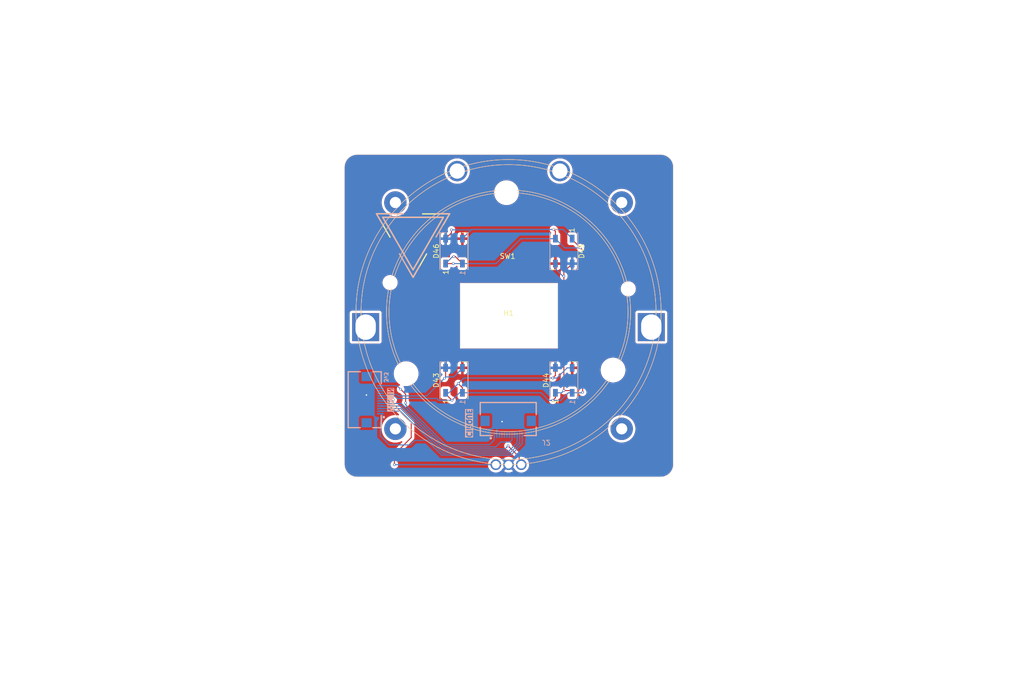
<source format=kicad_pcb>
(kicad_pcb (version 20221018) (generator pcbnew)
  (layers (0 "F.Cu" signal) (31 "B.Cu" signal) (34 "B.Paste" user) (35 "F.Paste" user) (36 "B.SilkS" user "B.Silkscreen") (37 "F.SilkS" user "F.Silkscreen") (38 "B.Mask" user) (39 "F.Mask" user) (44 "Edge.Cuts" user))
  (net 0 "")
  (net 1 "GND")
  (net 2 "+5V")
  (net 3 "Net-(D43-DOUT)")
  (net 4 "rgb_led_in")
  (net 5 "Net-(D44-DOUT)")
  (net 6 "Net-(D45-DOUT)")
  (net 7 "unconnected-(D46-DOUT-Pad2)")
  (net 8 "GPIO_AD2")
  (net 13 "SDA")
  (net 14 "SCL")
  (net 15 "+3V3")
  (net 16 "MOSI")
  (net 17 "SPI_CS")
  (net 18 "MISO")
  (net 19 "SCLK")
  (net 21 "GPIO_AD1")
  (footprint "fingerpunch:PERS56v3" (layer "F.Cu") (at 174.552257 119.94)
    (fp_text reference "SW1" (at -0.186125 -10.989441 unlocked) (layer "F.SilkS"))
    (fp_text value "RotaryEncoder")
    (fp_circle (center 0 0) (end 23.4935 0) (stroke (width 0.1)) (fill none) (layer "B.SilkS"))
    (fp_circle (center 0 0) (end 24 0) (stroke (width 0.1)) (fill none) (layer "B.SilkS"))
    (fp_circle (center 0 0) (end 29 0) (stroke (width 0.1)) (fill none) (layer "B.SilkS"))
    (fp_circle (center 0 0) (end 30 0) (stroke (width 0.1)) (fill none) (layer "B.SilkS"))
    (fp_circle (center 0 0) (end 23.4935 0) (stroke (width 0.1)) (fill none) (layer "F.SilkS"))
    (fp_circle (center 0 0) (end 24 0) (stroke (width 0.1)) (fill none) (layer "F.SilkS"))
    (fp_circle (center 0 0) (end 29 0) (stroke (width 0.1)) (fill none) (layer "F.SilkS"))
    (fp_circle (center 0 0) (end 30 0) (stroke (width 0.1)) (fill none) (layer "F.SilkS"))
    (pad "" np_thru_hole circle (at -23.289742 -5.8064) (size 2.5 2.5) (drill 2.5) (layers "F&B.Cu" "*.Mask"))
    (pad "" np_thru_hole circle (at -20.134933 12.098289) (size 4.4 4.4) (drill 4.4) (layers "F&B.Cu" "*.Mask"))
    (pad "" thru_hole circle (at -10.094278 -27.7333) (size 4 4) (drill 3) (layers "*.Cu" "*.Mask"))
    (pad "" np_thru_hole circle (at -0.399847 -23.484645) (size 4.4 4.4) (drill 4.4) (layers "F&B.Cu" "*.Mask"))
    (pad "" thru_hole circle (at 10.091931 -27.732996) (size 4 4) (drill 3) (layers "*.Cu" "*.Mask"))
    (pad "" np_thru_hole circle (at 20.548742 11.390354) (size 4.4 4.4) (drill 4.4) (layers "F&B.Cu" "*.Mask"))
    (pad "" np_thru_hole circle (at 23.544338 -4.573199) (size 2.5 2.5) (drill 2.5) (layers "F&B.Cu" "*.Mask"))
    (pad "A" thru_hole circle (at -2.5 30) (size 2.1 2.1) (drill 1.5) (layers "*.Cu" "*.Mask") (net 21 "GPIO_AD1"))
    (pad "B" thru_hole circle (at 2.5 30) (size 2.1 2.1) (drill 1.5) (layers "*.Cu" "*.Mask") (net 8 "GPIO_AD2"))
    (pad "C" thru_hole circle (at 0 30) (size 2.1 2.1) (drill 1.5) (layers "*.Cu" "*.Mask") (net 1 "GND"))
    (pad "MP" thru_hole rect (at -28.095244 2.952929) (size 5.3 5.5) (drill oval 4 5) (layers "*.Cu" "*.Mask"))
    (pad "MP" thru_hole rect (at 28.070731 2.95064) (size 5.3 5.5) (drill oval 4 5) (layers "*.Cu" "*.Mask"))
  )
  (footprint "vik:vik-module-mounting-large" (layer "F.Cu") (at 174.552 120.64)
    (fp_text reference "H1" (at 0 -0.5 unlocked) (layer "F.SilkS"))
    (fp_text value "MountingHole")
    (pad "1" thru_hole circle (at -22.249743 -22.25) (size 4.4 4.4) (drill 2.2) (layers "*.Cu" "*.Mask"))
    (pad "1" thru_hole circle (at -22.249743 22.25) (size 4.4 4.4) (drill 2.2) (layers "*.Cu" "*.Mask"))
    (pad "1" thru_hole circle (at 22.250257 -22.25) (size 4.4 4.4) (drill 2.2) (layers "*.Cu" "*.Mask"))
    (pad "1" thru_hole circle (at 22.250257 22.25) (size 4.4 4.4) (drill 2.2) (layers "*.Cu" "*.Mask"))
  )
  (footprint "fingerpunch:LED_WS2812B_PLCC4_5.0x5.0mm_P3.2mm-reversible" (layer "F.Cu") (at 163.83 107.95 90)
    (fp_text reference "D46" (at 0 -3.5 90) (layer "F.SilkS"))
    (fp_text value "WS2812B")
    (fp_text user "1" (at -4.31 1.69 90) (layer "B.SilkS") (effects (justify mirror)))
    (fp_text user "1" (at -4.15 -1.6 90) (layer "F.SilkS"))
    (fp_line (start -3.65 -2.75) (end 3.65 -2.75) (stroke (width 0.12)) (layer "B.SilkS"))
    (fp_line (start 3.65 -2.75) (end 3.65 -1.6) (stroke (width 0.12)) (layer "B.SilkS"))
    (fp_line (start 3.65 2.75) (end -3.65 2.75) (stroke (width 0.12)) (layer "B.SilkS"))
    (fp_line (start -3.65 -2.75) (end 3.65 -2.75) (stroke (width 0.12)) (layer "F.SilkS"))
    (fp_line (start -3.65 2.75) (end 3.65 2.75) (stroke (width 0.12)) (layer "F.SilkS"))
    (fp_line (start 3.65 2.75) (end 3.65 1.6) (stroke (width 0.12)) (layer "F.SilkS"))
    (pad "1" smd rect (at -2.45 -1.65 90) (size 1.5 0.9) (layers "F.Cu" "F.Paste" "F.Mask") (net 2 "+5V"))
    (pad "1" smd rect (at -2.45 1.65 90) (size 1.5 0.9) (layers "B.Cu" "B.Paste" "B.Mask") (net 2 "+5V"))
    (pad "2" smd rect (at -2.45 -1.65 90) (size 1.5 0.9) (layers "B.Cu" "B.Paste" "B.Mask") (net 7 "unconnected-(D46-DOUT-Pad2)"))
    (pad "2" smd rect (at -2.45 1.65 90) (size 1.5 0.9) (layers "F.Cu" "F.Paste" "F.Mask") (net 7 "unconnected-(D46-DOUT-Pad2)"))
    (pad "3" smd rect (at 2.45 -1.65 90) (size 1.5 0.9) (layers "B.Cu" "B.Paste" "B.Mask") (net 1 "GND"))
    (pad "3" smd rect (at 2.45 1.65 90) (size 1.5 0.9) (layers "F.Cu" "F.Paste" "F.Mask") (net 1 "GND"))
    (pad "4" smd rect (at 2.45 -1.65 90) (size 1.5 0.9) (layers "F.Cu" "F.Paste" "F.Mask") (net 6 "Net-(D45-DOUT)"))
    (pad "4" smd rect (at 2.45 1.65 90) (size 1.5 0.9) (layers "B.Cu" "B.Paste" "B.Mask") (net 6 "Net-(D45-DOUT)"))
  )
  (footprint "fingerpunch:LED_WS2812B_PLCC4_5.0x5.0mm_P3.2mm-reversible" (layer "F.Cu") (at 185.42 107.95 -90)
    (fp_text reference "D45" (at 0 -3.5 90) (layer "F.SilkS"))
    (fp_text value "WS2812B")
    (fp_text user "1" (at -4.31 1.69 90) (layer "B.SilkS") (effects (justify mirror)))
    (fp_text user "1" (at -4.15 -1.6 90) (layer "F.SilkS"))
    (fp_line (start -3.65 -2.75) (end 3.65 -2.75) (stroke (width 0.12)) (layer "B.SilkS"))
    (fp_line (start 3.65 -2.75) (end 3.65 -1.6) (stroke (width 0.12)) (layer "B.SilkS"))
    (fp_line (start 3.65 2.75) (end -3.65 2.75) (stroke (width 0.12)) (layer "B.SilkS"))
    (fp_line (start -3.65 -2.75) (end 3.65 -2.75) (stroke (width 0.12)) (layer "F.SilkS"))
    (fp_line (start -3.65 2.75) (end 3.65 2.75) (stroke (width 0.12)) (layer "F.SilkS"))
    (fp_line (start 3.65 2.75) (end 3.65 1.6) (stroke (width 0.12)) (layer "F.SilkS"))
    (pad "1" smd rect (at -2.45 -1.65 270) (size 1.5 0.9) (layers "F.Cu" "F.Paste" "F.Mask") (net 2 "+5V"))
    (pad "1" smd rect (at -2.45 1.65 270) (size 1.5 0.9) (layers "B.Cu" "B.Paste" "B.Mask") (net 2 "+5V"))
    (pad "2" smd rect (at -2.45 -1.65 270) (size 1.5 0.9) (layers "B.Cu" "B.Paste" "B.Mask") (net 6 "Net-(D45-DOUT)"))
    (pad "2" smd rect (at -2.45 1.65 270) (size 1.5 0.9) (layers "F.Cu" "F.Paste" "F.Mask") (net 6 "Net-(D45-DOUT)"))
    (pad "3" smd rect (at 2.45 -1.65 270) (size 1.5 0.9) (layers "B.Cu" "B.Paste" "B.Mask") (net 1 "GND"))
    (pad "3" smd rect (at 2.45 1.65 270) (size 1.5 0.9) (layers "F.Cu" "F.Paste" "F.Mask") (net 1 "GND"))
    (pad "4" smd rect (at 2.45 -1.65 270) (size 1.5 0.9) (layers "F.Cu" "F.Paste" "F.Mask") (net 5 "Net-(D44-DOUT)"))
    (pad "4" smd rect (at 2.45 1.65 270) (size 1.5 0.9) (layers "B.Cu" "B.Paste" "B.Mask") (net 5 "Net-(D44-DOUT)"))
  )
  (footprint "fingerpunch:LED_WS2812B_PLCC4_5.0x5.0mm_P3.2mm-reversible" (layer "F.Cu") (at 185.42 133.35 90)
    (fp_text reference "D44" (at 0 -3.5 90) (layer "F.SilkS"))
    (fp_text value "WS2812B")
    (fp_text user "1" (at -4.31 1.69 90) (layer "B.SilkS") (effects (justify mirror)))
    (fp_text user "1" (at -4.15 -1.6 90) (layer "F.SilkS"))
    (fp_line (start -3.65 -2.75) (end 3.65 -2.75) (stroke (width 0.12)) (layer "B.SilkS"))
    (fp_line (start 3.65 -2.75) (end 3.65 -1.6) (stroke (width 0.12)) (layer "B.SilkS"))
    (fp_line (start 3.65 2.75) (end -3.65 2.75) (stroke (width 0.12)) (layer "B.SilkS"))
    (fp_line (start -3.65 -2.75) (end 3.65 -2.75) (stroke (width 0.12)) (layer "F.SilkS"))
    (fp_line (start -3.65 2.75) (end 3.65 2.75) (stroke (width 0.12)) (layer "F.SilkS"))
    (fp_line (start 3.65 2.75) (end 3.65 1.6) (stroke (width 0.12)) (layer "F.SilkS"))
    (pad "1" smd rect (at -2.45 -1.65 90) (size 1.5 0.9) (layers "F.Cu" "F.Paste" "F.Mask") (net 2 "+5V"))
    (pad "1" smd rect (at -2.45 1.65 90) (size 1.5 0.9) (layers "B.Cu" "B.Paste" "B.Mask") (net 2 "+5V"))
    (pad "2" smd rect (at -2.45 -1.65 90) (size 1.5 0.9) (layers "B.Cu" "B.Paste" "B.Mask") (net 5 "Net-(D44-DOUT)"))
    (pad "2" smd rect (at -2.45 1.65 90) (size 1.5 0.9) (layers "F.Cu" "F.Paste" "F.Mask") (net 5 "Net-(D44-DOUT)"))
    (pad "3" smd rect (at 2.45 -1.65 90) (size 1.5 0.9) (layers "B.Cu" "B.Paste" "B.Mask") (net 1 "GND"))
    (pad "3" smd rect (at 2.45 1.65 90) (size 1.5 0.9) (layers "F.Cu" "F.Paste" "F.Mask") (net 1 "GND"))
    (pad "4" smd rect (at 2.45 -1.65 90) (size 1.5 0.9) (layers "F.Cu" "F.Paste" "F.Mask") (net 3 "Net-(D43-DOUT)"))
    (pad "4" smd rect (at 2.45 1.65 90) (size 1.5 0.9) (layers "B.Cu" "B.Paste" "B.Mask") (net 3 "Net-(D43-DOUT)"))
  )
  (footprint "fingerpunch:LED_WS2812B_PLCC4_5.0x5.0mm_P3.2mm-reversible" (layer "F.Cu") (at 163.83 133.35 90)
    (fp_text reference "D43" (at 0 -3.5 90) (layer "F.SilkS"))
    (fp_text value "WS2812B")
    (fp_text user "1" (at -4.31 1.69 90) (layer "B.SilkS") (effects (justify mirror)))
    (fp_text user "1" (at -4.15 -1.6 90) (layer "F.SilkS"))
    (fp_line (start -3.65 -2.75) (end 3.65 -2.75) (stroke (width 0.12)) (layer "B.SilkS"))
    (fp_line (start 3.65 -2.75) (end 3.65 -1.6) (stroke (width 0.12)) (layer "B.SilkS"))
    (fp_line (start 3.65 2.75) (end -3.65 2.75) (stroke (width 0.12)) (layer "B.SilkS"))
    (fp_line (start -3.65 -2.75) (end 3.65 -2.75) (stroke (width 0.12)) (layer "F.SilkS"))
    (fp_line (start -3.65 2.75) (end 3.65 2.75) (stroke (width 0.12)) (layer "F.SilkS"))
    (fp_line (start 3.65 2.75) (end 3.65 1.6) (stroke (width 0.12)) (layer "F.SilkS"))
    (pad "1" smd rect (at -2.45 -1.65 90) (size 1.5 0.9) (layers "F.Cu" "F.Paste" "F.Mask") (net 2 "+5V"))
    (pad "1" smd rect (at -2.45 1.65 90) (size 1.5 0.9) (layers "B.Cu" "B.Paste" "B.Mask") (net 2 "+5V"))
    (pad "2" smd rect (at -2.45 -1.65 90) (size 1.5 0.9) (layers "B.Cu" "B.Paste" "B.Mask") (net 3 "Net-(D43-DOUT)"))
    (pad "2" smd rect (at -2.45 1.65 90) (size 1.5 0.9) (layers "F.Cu" "F.Paste" "F.Mask") (net 3 "Net-(D43-DOUT)"))
    (pad "3" smd rect (at 2.45 -1.65 90) (size 1.5 0.9) (layers "B.Cu" "B.Paste" "B.Mask") (net 1 "GND"))
    (pad "3" smd rect (at 2.45 1.65 90) (size 1.5 0.9) (layers "F.Cu" "F.Paste" "F.Mask") (net 1 "GND"))
    (pad "4" smd rect (at 2.45 -1.65 90) (size 1.5 0.9) (layers "F.Cu" "F.Paste" "F.Mask") (net 4 "rgb_led_in"))
    (pad "4" smd rect (at 2.45 1.65 90) (size 1.5 0.9) (layers "B.Cu" "B.Paste" "B.Mask") (net 4 "rgb_led_in"))
  )
  (footprint "fingerpunch:vik-logo-medium" (layer "F.Cu") (at 155.771197 105.380578)
    (fp_text reference "REF**")
    (fp_text value "vik-logo-medium")
    (fp_line (start -7.183542 -4.782401) (end -4.713947 -4.781476) (stroke (width 0.25)) (layer "F.SilkS"))
    (fp_line (start -5.94265 -4.066535) (end 5.966861 -4.066535) (stroke (width 0.25)) (layer "F.SilkS"))
    (fp_line (start -4.522363 -0.174502) (end -7.183542 -4.782401) (stroke (width 0.25)) (layer "F.SilkS"))
    (fp_line (start 0.012105 6.247404) (end -5.94265 -4.066535) (stroke (width 0.25)) (layer "F.SilkS"))
    (fp_line (start 0.017145 7.721245) (end -1.216787 5.582013) (stroke (width 0.25)) (layer "F.SilkS"))
    (fp_line (start 1.87 -4.75) (end 7.191148 -4.75075) (stroke (width 0.25)) (layer "F.SilkS"))
    (fp_line (start 2.67707 3.11262) (end 0.017145 7.721245) (stroke (width 0.25)) (layer "F.SilkS"))
    (fp_line (start 5.966861 -4.066535) (end 0.012105 6.247404) (stroke (width 0.25)) (layer "F.SilkS"))
    (fp_line (start 7.191148 -4.75075) (end 5.955482 -2.612518) (stroke (width 0.25)) (layer "F.SilkS"))
  )
  (footprint "fingerpunch:FPC-SMD_FPC05012-09200-.5mm-rev" (layer "B.Cu") (at 174.49 142.01)
    (fp_text reference "J2" (at 7.485 3.565 180 unlocked) (layer "B.SilkS") (effects (justify mirror)))
    (fp_text value "Conn_01x12_Female")
    (fp_line (start -5.5 -4.295) (end -5.5 -1.912) (stroke (width 0.254)) (layer "B.SilkS"))
    (fp_line (start -5.5 0.539) (end -5.5 2.2) (stroke (width 0.254)) (layer "B.SilkS"))
    (fp_line (start -5.5 2.2) (end -3.131 2.2) (stroke (width 0.254)) (layer "B.SilkS"))
    (fp_line (start 5.5 -4.295) (end -5.5 -4.295) (stroke (width 0.254)) (layer "B.SilkS"))
    (fp_line (start 5.5 -4.295) (end 5.5 -1.912) (stroke (width 0.254)) (layer "B.SilkS"))
    (fp_line (start 5.5 0.539) (end 5.5 2.2) (stroke (width 0.254)) (layer "B.SilkS"))
    (fp_line (start 5.5 2.2) (end 3.131 2.2) (stroke (width 0.254)) (layer "B.SilkS"))
    (fp_circle (center -3.429 2.708) (end -3.302 2.708) (stroke (width 0.254)) (fill none) (layer "B.SilkS"))
    (pad "1" smd rect (at -2.75 2.038) (size 0.28 1.25) (layers "B.Cu" "B.Paste" "B.Mask") (net 15 "+3V3"))
    (pad "2" smd rect (at -2.25 2.038) (size 0.28 1.25) (layers "B.Cu" "B.Paste" "B.Mask") (net 1 "GND"))
    (pad "3" smd rect (at -1.75 2.038) (size 0.28 1.25) (layers "B.Cu" "B.Paste" "B.Mask"))
    (pad "4" smd rect (at -1.25 2.038) (size 0.28 1.25) (layers "B.Cu" "B.Paste" "B.Mask"))
    (pad "5" smd rect (at -0.75 2.038) (size 0.28 1.25) (layers "B.Cu" "B.Paste" "B.Mask"))
    (pad "6" smd rect (at -0.25 2.038) (size 0.28 1.25) (layers "B.Cu" "B.Paste" "B.Mask"))
    (pad "7" smd rect (at 0.25 2.038) (size 0.28 1.25) (layers "B.Cu" "B.Paste" "B.Mask"))
    (pad "8" smd rect (at 0.75 2.038) (size 0.28 1.25) (layers "B.Cu" "B.Paste" "B.Mask") (net 16 "MOSI"))
    (pad "9" smd rect (at 1.25 2.038) (size 0.28 1.25) (layers "B.Cu" "B.Paste" "B.Mask"))
    (pad "10" smd rect (at 1.75 2.038) (size 0.28 1.25) (layers "B.Cu" "B.Paste" "B.Mask") (net 17 "SPI_CS"))
    (pad "11" smd rect (at 2.25 2.038) (size 0.28 1.25) (layers "B.Cu" "B.Paste" "B.Mask") (net 18 "MISO"))
    (pad "12" smd rect (at 2.75 2.038) (size 0.28 1.25) (layers "B.Cu" "B.Paste" "B.Mask") (net 19 "SCLK"))
    (pad "13" smd rect (at 4.55 -0.686) (size 1.8 2) (layers "B.Cu" "B.Paste" "B.Mask"))
    (pad "14" smd rect (at -4.55 -0.686) (size 1.8 2) (layers "B.Cu" "B.Paste" "B.Mask"))
  )
  (footprint "vik:vik-module-connector-horizontal" (layer "B.Cu") (at 147.32 137.16 90)
    (fp_text reference "J1" hide)
    (fp_text value "~")
    (fp_text user "3v3" (at 3.3 2.7 270 unlocked) (layer "B.SilkS") (effects (font (size 0.75 0.75)) (justify left bottom mirror)))
    (fp_text user "VIK IN" (at -2.36 3.42 270 unlocked) (layer "B.SilkS" knockout) (effects (justify left bottom mirror)))
    (fp_line (start -5.5 -4.295) (end -5.5 -1.912) (stroke (width 0.254)) (layer "B.SilkS"))
    (fp_line (start -5.5 0.539) (end -5.5 2.2) (stroke (width 0.254)) (layer "B.SilkS"))
    (fp_line (start -5.5 2.2) (end -3.131 2.2) (stroke (width 0.254)) (layer "B.SilkS"))
    (fp_line (start 5.5 -4.295) (end -5.5 -4.295) (stroke (width 0.254)) (layer "B.SilkS"))
    (fp_line (start 5.5 -4.295) (end 5.5 -1.912) (stroke (width 0.254)) (layer "B.SilkS"))
    (fp_line (start 5.5 0.539) (end 5.5 2.2) (stroke (width 0.254)) (layer "B.SilkS"))
    (fp_line (start 5.5 2.2) (end 3.131 2.2) (stroke (width 0.254)) (layer "B.SilkS"))
    (fp_circle (center -3.429 2.708) (end -3.302 2.708) (stroke (width 0.254)) (fill none) (layer "B.SilkS"))
    (pad "1" smd rect (at -2.75 2.038 90) (size 0.28 1.25) (layers "B.Cu" "B.Paste" "B.Mask") (net 19 "SCLK"))
    (pad "2" smd rect (at -2.25 2.038 90) (size 0.28 1.25) (layers "B.Cu" "B.Paste" "B.Mask") (net 18 "MISO"))
    (pad "3" smd rect (at -1.75 2.038 90) (size 0.28 1.25) (layers "B.Cu" "B.Paste" "B.Mask") (net 17 "SPI_CS"))
    (pad "4" smd rect (at -1.25 2.038 90) (size 0.28 1.25) (layers "B.Cu" "B.Paste" "B.Mask") (net 8 "GPIO_AD2"))
    (pad "5" smd rect (at -0.75 2.038 90) (size 0.28 1.25) (layers "B.Cu" "B.Paste" "B.Mask") (net 16 "MOSI"))
    (pad "6" smd rect (at -0.25 2.038 90) (size 0.28 1.25) (layers "B.Cu" "B.Paste" "B.Mask") (net 21 "GPIO_AD1"))
    (pad "7" smd rect (at 0.25 2.038 90) (size 0.28 1.25) (layers "B.Cu" "B.Paste" "B.Mask") (net 2 "+5V"))
    (pad "8" smd rect (at 0.75 2.038 90) (size 0.28 1.25) (layers "B.Cu" "B.Paste" "B.Mask") (net 4 "rgb_led_in"))
    (pad "9" smd rect (at 1.25 2.038 90) (size 0.28 1.25) (layers "B.Cu" "B.Paste" "B.Mask") (net 14 "SCL"))
    (pad "10" smd rect (at 1.75 2.038 90) (size 0.28 1.25) (layers "B.Cu" "B.Paste" "B.Mask") (net 13 "SDA"))
    (pad "11" smd rect (at 2.25 2.038 90) (size 0.28 1.25) (layers "B.Cu" "B.Paste" "B.Mask") (net 1 "GND"))
    (pad "12" smd rect (at 2.75 2.038 90) (size 0.28 1.25) (layers "B.Cu" "B.Paste" "B.Mask") (net 15 "+3V3"))
    (pad "13" smd rect (at 4.55 -0.686 90) (size 1.8 2) (layers "B.Cu" "B.Paste" "B.Mask"))
    (pad "14" smd rect (at -4.55 -0.686 90) (size 1.8 2) (layers "B.Cu" "B.Paste" "B.Mask"))
  )
  (footprint "fingerpunch:vik-logo-medium" (layer "B.Cu") (at 155.771197 105.355578 180)
    (fp_text reference "REF**")
    (fp_text value "vik-logo-medium")
    (fp_line (start -7.183542 4.782401) (end -4.713947 4.781476) (stroke (width 0.25)) (layer "B.SilkS"))
    (fp_line (start -5.94265 4.066535) (end 5.966861 4.066535) (stroke (width 0.25)) (layer "B.SilkS"))
    (fp_line (start -4.522363 0.174502) (end -7.183542 4.782401) (stroke (width 0.25)) (layer "B.SilkS"))
    (fp_line (start 0.012105 -6.247404) (end -5.94265 4.066535) (stroke (width 0.25)) (layer "B.SilkS"))
    (fp_line (start 0.017145 -7.721245) (end -1.216787 -5.582013) (stroke (width 0.25)) (layer "B.SilkS"))
    (fp_line (start 1.87 4.75) (end 7.191148 4.75075) (stroke (width 0.25)) (layer "B.SilkS"))
    (fp_line (start 2.67707 -3.11262) (end 0.017145 -7.721245) (stroke (width 0.25)) (layer "B.SilkS"))
    (fp_line (start 5.966861 4.066535) (end 0.012105 -6.247404) (stroke (width 0.25)) (layer "B.SilkS"))
    (fp_line (start 7.191148 4.75075) (end 5.955482 2.612518) (stroke (width 0.25)) (layer "B.SilkS"))
  )
  (gr_line (start 142.24 91.44) (end 142.24 149.86) (stroke (width 0.05)) (layer "Edge.Cuts"))
  (gr_arc (start 144.78 152.4) (mid 142.983949 151.656051) (end 142.24 149.86) (stroke (width 0.05)) (layer "Edge.Cuts"))
  (gr_line (start 204.47 88.9) (end 144.78 88.9) (stroke (width 0.05)) (layer "Edge.Cuts"))
  (gr_line (start 144.78 152.4) (end 204.47 152.4) (stroke (width 0.05)) (layer "Edge.Cuts"))
  (gr_arc (start 207.01 149.86) (mid 206.266051 151.656051) (end 204.47 152.4) (stroke (width 0.05)) (layer "Edge.Cuts"))
  (gr_line (start 207.01 149.86) (end 207.01 91.44) (stroke (width 0.05)) (layer "Edge.Cuts"))
  (gr_rect (start 165.1 114.3) (end 184.15 127) (stroke (width 0.05)) (fill none) (layer "Edge.Cuts"))
  (gr_arc (start 204.47 88.9) (mid 206.266051 89.643949) (end 207.01 91.44) (stroke (width 0.05)) (layer "Edge.Cuts"))
  (gr_arc (start 142.24 91.44) (mid 142.983949 89.643949) (end 144.78 88.9) (stroke (width 0.05)) (layer "Edge.Cuts"))
  (gr_text "CIRQUE" (at 166.2 144.7 -90) (layer "B.SilkS" knockout) (effects (font (size 1 1) (thickness 0.25) bold) (justify left bottom mirror)))
  (via (at 146.61 136.24) (size 0.5) (drill 0.3) (layers "F.Cu" "B.Cu") (net 1))
  (via (at 173.28 141.47) (size 0.5) (drill 0.3) (layers "F.Cu" "B.Cu") (net 1))
  (segment (start 147.94 134.91) (end 146.61 136.24) (width 0.2) (layer "B.Cu") (net 1))
  (segment (start 149.358 134.91) (end 147.94 134.91) (width 0.2) (layer "B.Cu") (net 1))
  (segment (start 172.24 142.51) (end 173.28 141.47) (width 0.2) (layer "B.Cu") (net 1))
  (segment (start 172.24 144.048) (end 172.24 142.51) (width 0.2) (layer "B.Cu") (net 1))
  (segment (start 162.18 135.8) (end 162.18 136.03) (width 0.2) (layer "F.Cu") (net 2))
  (segment (start 188.57 107.17) (end 188.675 107.275) (width 0.2) (layer "F.Cu") (net 2))
  (segment (start 162.18 110.4) (end 163.69 110.4) (width 0.2) (layer "F.Cu") (net 2))
  (segment (start 183.77 136.79) (end 183.27 137.29) (width 0.2) (layer "F.Cu") (net 2))
  (segment (start 187.07 105.5) (end 187.07 105.67) (width 0.2) (layer "F.Cu") (net 2))
  (segment (start 162.18 136.03) (end 163.43 137.28) (width 0.2) (layer "F.Cu") (net 2))
  (segment (start 187.07 105.67) (end 188.57 107.17) (width 0.2) (layer "F.Cu") (net 2))
  (segment (start 188.675 107.275) (end 189.12 107.72) (width 0.2) (layer "F.Cu") (net 2))
  (segment (start 183.77 135.8) (end 183.77 136.79) (width 0.2) (layer "F.Cu") (net 2))
  (segment (start 189.12 107.72) (end 189.12 135.71) (width 0.2) (layer "F.Cu") (net 2))
  (via (at 183.27 137.29) (size 0.5) (drill 0.3) (layers "F.Cu" "B.Cu") (net 2))
  (via (at 188.675 107.275) (size 0.5) (drill 0.3) (layers "F.Cu" "B.Cu") (net 2))
  (via (at 163.43 137.28) (size 0.5) (drill 0.3) (layers "F.Cu" "B.Cu") (net 2))
  (via (at 163.69 110.4) (size 0.5) (drill 0.3) (layers "F.Cu" "B.Cu") (net 2))
  (via (at 189.12 135.71) (size 0.5) (drill 0.3) (layers "F.Cu" "B.Cu") (net 2))
  (segment (start 187.07 135.8) (end 189.03 135.8) (width 0.2) (layer "B.Cu") (net 2))
  (segment (start 149.358 136.91) (end 151.13 136.91) (width 0.2) (layer "B.Cu") (net 2))
  (segment (start 164.91 135.8) (end 165.48 135.8) (width 0.2) (layer "B.Cu") (net 2))
  (segment (start 152.59 136.91) (end 160.48 136.91) (width 0.2) (layer "B.Cu") (net 2))
  (segment (start 160.85 137.28) (end 163.43 137.28) (width 0.2) (layer "B.Cu") (net 2))
  (segment (start 163.43 137.28) (end 164.91 135.8) (width 0.2) (layer "B.Cu") (net 2))
  (segment (start 185.58 107.31) (end 188.64 107.31) (width 0.2) (layer "B.Cu") (net 2))
  (segment (start 184.82 137.29) (end 186.31 135.8) (width 0.2) (layer "B.Cu") (net 2))
  (segment (start 152.19 136.51) (end 152.59 136.91) (width 0.2) (layer "B.Cu") (net 2))
  (segment (start 172.09 110.4) (end 165.48 110.4) (width 0.2) (layer "B.Cu") (net 2))
  (segment (start 182.45 137.29) (end 183.27 137.29) (width 0.2) (layer "B.Cu") (net 2))
  (segment (start 176.99 105.5) (end 172.09 110.4) (width 0.2) (layer "B.Cu") (net 2))
  (segment (start 160.48 136.91) (end 160.85 137.28) (width 0.2) (layer "B.Cu") (net 2))
  (segment (start 183.77 105.5) (end 185.58 107.31) (width 0.2) (layer "B.Cu") (net 2))
  (segment (start 183.77 105.5) (end 176.99 105.5) (width 0.2) (layer "B.Cu") (net 2))
  (segment (start 189.03 135.8) (end 189.12 135.71) (width 0.2) (layer "B.Cu") (net 2))
  (segment (start 188.64 107.31) (end 188.675 107.275) (width 0.2) (layer "B.Cu") (net 2))
  (segment (start 165.48 135.8) (end 180.96 135.8) (width 0.2) (layer "B.Cu") (net 2))
  (segment (start 151.53 136.51) (end 152.19 136.51) (width 0.2) (layer "B.Cu") (net 2))
  (segment (start 186.31 135.8) (end 187.07 135.8) (width 0.2) (layer "B.Cu") (net 2))
  (segment (start 163.69 110.4) (end 165.48 110.4) (width 0.2) (layer "B.Cu") (net 2))
  (segment (start 180.96 135.8) (end 182.45 137.29) (width 0.2) (layer "B.Cu") (net 2))
  (segment (start 151.13 136.91) (end 151.53 136.51) (width 0.2) (layer "B.Cu") (net 2))
  (segment (start 183.27 137.29) (end 184.82 137.29) (width 0.2) (layer "B.Cu") (net 2))
  (segment (start 183.77 130.9) (end 183.77 132.38) (width 0.2) (layer "F.Cu") (net 3))
  (segment (start 165.48 134.81) (end 164.66 133.99) (width 0.2) (layer "F.Cu") (net 3))
  (segment (start 165.48 135.8) (end 165.48 134.81) (width 0.2) (layer "F.Cu") (net 3))
  (segment (start 183.77 132.38) (end 183.25 132.9) (width 0.2) (layer "F.Cu") (net 3))
  (via (at 164.66 133.99) (size 0.5) (drill 0.3) (layers "F.Cu" "B.Cu") (net 3))
  (via (at 183.25 132.9) (size 0.5) (drill 0.3) (layers "F.Cu" "B.Cu") (net 3))
  (segment (start 162.85 135.8) (end 164.66 133.99) (width 0.2) (layer "B.Cu") (net 3))
  (segment (start 186.07 130.9) (end 187.07 130.9) (width 0.2) (layer "B.Cu") (net 3))
  (segment (start 183.25 132.9) (end 184.07 132.9) (width 0.2) (layer "B.Cu") (net 3))
  (segment (start 164.66 133.99) (end 165.75 132.9) (width 0.2) (layer "B.Cu") (net 3))
  (segment (start 165.75 132.9) (end 183.25 132.9) (width 0.2) (layer "B.Cu") (net 3))
  (segment (start 184.07 132.9) (end 186.07 130.9) (width 0.2) (layer "B.Cu") (net 3))
  (segment (start 162.18 135.8) (end 162.85 135.8) (width 0.2) (layer "B.Cu") (net 3))
  (segment (start 162.18 132.71) (end 161.945 132.945) (width 0.2) (layer "F.Cu") (net 4))
  (segment (start 162.18 130.9) (end 162.18 132.71) (width 0.2) (layer "F.Cu") (net 4))
  (via (at 161.945 132.945) (size 0.5) (drill 0.3) (layers "F.Cu" "B.Cu") (net 4))
  (segment (start 165.48 130.98) (end 165.48 130.9) (width 0.2) (layer "B.Cu") (net 4))
  (segment (start 150.99 136.41) (end 151.29 136.11) (width 0.2) (layer "B.Cu") (net 4))
  (segment (start 161.945 132.945) (end 162.21 132.68) (width 0.2) (layer "B.Cu") (net 4))
  (segment (start 162.21 132.68) (end 163.78 132.68) (width 0.2) (layer "B.Cu") (net 4))
  (segment (start 163.78 132.68) (end 165.48 130.98) (width 0.2) (layer "B.Cu") (net 4))
  (segment (start 149.358 136.41) (end 150.99 136.41) (width 0.2) (layer "B.Cu") (net 4))
  (segment (start 151.29 136.11) (end 152.54 136.11) (width 0.2) (layer "B.Cu") (net 4))
  (segment (start 152.84 136.41) (end 158.48 136.41) (width 0.2) (layer "B.Cu") (net 4))
  (segment (start 158.48 136.41) (end 161.945 132.945) (width 0.2) (layer "B.Cu") (net 4))
  (segment (start 152.54 136.11) (end 152.84 136.41) (width 0.2) (layer "B.Cu") (net 4))
  (segment (start 185.43 135.36) (end 185.43 112.87) (width 0.2) (layer "F.Cu") (net 5))
  (segment (start 185.43 112.04) (end 187.07 110.4) (width 0.2) (layer "F.Cu") (net 5))
  (segment (start 185.43 112.87) (end 185.43 112.04) (width 0.2) (layer "F.Cu") (net 5))
  (segment (start 186.63 135.36) (end 187.07 135.8) (width 0.2) (layer "F.Cu") (net 5))
  (segment (start 185.43 135.36) (end 186.63 135.36) (width 0.2) (layer "F.Cu") (net 5))
  (via (at 185.43 135.36) (size 0.5) (drill 0.3) (layers "F.Cu" "B.Cu") (net 5))
  (via (at 185.43 112.87) (size 0.5) (drill 0.3) (layers "F.Cu" "B.Cu") (net 5))
  (segment (start 183.77 135.8) (end 184.99 135.8) (width 0.2) (layer "B.Cu") (net 5))
  (segment (start 183.77 111.41) (end 185.23 112.87) (width 0.2) (layer "B.Cu") (net 5))
  (segment (start 184.99 135.8) (end 185.43 135.36) (width 0.2) (layer "B.Cu") (net 5))
  (segment (start 183.77 110.4) (end 183.77 111.41) (width 0.2) (layer "B.Cu") (net 5))
  (segment (start 185.23 112.87) (end 185.43 112.87) (width 0.2) (layer "B.Cu") (net 5))
  (segment (start 183.77 105.5) (end 183.77 104.05) (width 0.2) (layer "F.Cu") (net 6))
  (segment (start 162.18 105.5) (end 163.33 104.35) (width 0.2) (layer "F.Cu") (net 6))
  (segment (start 163.33 104.35) (end 163.33 103.76) (width 0.2) (layer "F.Cu") (net 6))
  (segment (start 183.77 104.05) (end 183.4 103.68) (width 0.2) (layer "F.Cu") (net 6))
  (via (at 163.33 103.76) (size 0.5) (drill 0.3) (layers "F.Cu" "B.Cu") (net 6))
  (via (at 183.4 103.68) (size 0.5) (drill 0.3) (layers "F.Cu" "B.Cu") (net 6))
  (segment (start 167.3 103.68) (end 165.48 105.5) (width 0.2) (layer "B.Cu") (net 6))
  (segment (start 167.22 103.76) (end 167.3 103.68) (width 0.2) (layer "B.Cu") (net 6))
  (segment (start 185.25 103.68) (end 183.4 103.68) (width 0.2) (layer "B.Cu") (net 6))
  (segment (start 163.33 103.76) (end 167.22 103.76) (width 0.2) (layer "B.Cu") (net 6))
  (segment (start 187.07 105.5) (end 185.25 103.68) (width 0.2) (layer "B.Cu") (net 6))
  (segment (start 183.4 103.68) (end 167.3 103.68) (width 0.2) (layer "B.Cu") (net 6))
  (segment (start 164.1 109.02) (end 165.48 110.4) (width 0.2) (layer "F.Cu") (net 7))
  (segment (start 163.78 109.02) (end 164.1 109.02) (width 0.2) (layer "F.Cu") (net 7))
  (via (at 163.78 109.02) (size 0.5) (drill 0.3) (layers "F.Cu" "B.Cu") (net 7))
  (segment (start 162.18 110.4) (end 163.56 109.02) (width 0.2) (layer "B.Cu") (net 7))
  (segment (start 163.56 109.02) (end 163.78 109.02) (width 0.2) (layer "B.Cu") (net 7))
  (segment (start 176.65 149.537743) (end 177.052257 149.94) (width 0.2) (layer "F.Cu") (net 8))
  (segment (start 176.65 148.43) (end 176.65 149.537743) (width 0.2) (layer "F.Cu") (net 8))
  (segment (start 174.46 146.24) (end 176.65 148.43) (width 0.2) (layer "F.Cu") (net 8))
  (via (at 174.46 146.24) (size 0.5) (drill 0.3) (layers "F.Cu" "B.Cu") (net 8))
  (segment (start 161.877059 146.85) (end 173.85 146.85) (width 0.2) (layer "B.Cu") (net 8))
  (segment (start 153.437058 138.41) (end 154.358529 139.331471) (width 0.2) (layer "B.Cu") (net 8))
  (segment (start 173.85 146.85) (end 174.46 146.24) (width 0.2) (layer "B.Cu") (net 8))
  (segment (start 154.358529 139.331471) (end 161.877059 146.85) (width 0.2) (layer "B.Cu") (net 8))
  (segment (start 149.358 138.41) (end 153.437058 138.41) (width 0.2) (layer "B.Cu") (net 8))
  (segment (start 154.32 136.09) (end 153.34 135.11) (width 0.2) (layer "F.Cu") (net 15))
  (segment (start 154.32 137.78) (end 154.32 136.09) (width 0.2) (layer "F.Cu") (net 15))
  (via (at 153.34 135.11) (size 0.5) (drill 0.3) (layers "F.Cu" "B.Cu") (net 15))
  (via (at 154.32 137.78) (size 0.5) (drill 0.3) (layers "F.Cu" "B.Cu") (net 15))
  (segment (start 153.34 135.11) (end 152.64 134.41) (width 0.2) (layer "B.Cu") (net 15))
  (segment (start 162.18843 146.03) (end 170.78 146.03) (width 0.2) (layer "B.Cu") (net 15))
  (segment (start 152.64 134.41) (end 149.358 134.41) (width 0.2) (layer "B.Cu") (net 15))
  (segment (start 154.32 137.78) (end 154.32 138.16157) (width 0.2) (layer "B.Cu") (net 15))
  (segment (start 171.74 145.07) (end 171.74 144.048) (width 0.2) (layer "B.Cu") (net 15))
  (segment (start 154.32 138.16157) (end 162.18843 146.03) (width 0.2) (layer "B.Cu") (net 15))
  (segment (start 170.78 146.03) (end 171.74 145.07) (width 0.2) (layer "B.Cu") (net 15))
  (segment (start 175.24 145.08) (end 175.24 144.048) (width 0.2) (layer "B.Cu") (net 16))
  (segment (start 162.042744 146.45) (end 172.05 146.45) (width 0.2) (layer "B.Cu") (net 16))
  (segment (start 149.358 137.91) (end 153.502744 137.91) (width 0.2) (layer "B.Cu") (net 16))
  (segment (start 172.05 146.45) (end 173.01 145.49) (width 0.2) (layer "B.Cu") (net 16))
  (segment (start 174.83 145.49) (end 175.24 145.08) (width 0.2) (layer "B.Cu") (net 16))
  (segment (start 173.01 145.49) (end 174.83 145.49) (width 0.2) (layer "B.Cu") (net 16))
  (segment (start 153.502744 137.91) (end 162.042744 146.45) (width 0.2) (layer "B.Cu") (net 16))
  (segment (start 176.24 145.635686) (end 174.625686 147.25) (width 0.2) (layer "B.Cu") (net 17))
  (segment (start 176.24 144.048) (end 176.24 145.635686) (width 0.2) (layer "B.Cu") (net 17))
  (segment (start 161.711372 147.25) (end 153.371372 138.91) (width 0.2) (layer "B.Cu") (net 17))
  (segment (start 153.371372 138.91) (end 149.358 138.91) (width 0.2) (layer "B.Cu") (net 17))
  (segment (start 174.625686 147.25) (end 161.711372 147.25) (width 0.2) (layer "B.Cu") (net 17))
  (segment (start 176.74 144.048) (end 176.74 145.73) (width 0.2) (layer "B.Cu") (net 18))
  (segment (start 153.305686 139.41) (end 149.358 139.41) (width 0.2) (layer "B.Cu") (net 18))
  (segment (start 161.545686 147.65) (end 174.82 147.65) (width 0.2) (layer "B.Cu") (net 18))
  (segment (start 161.545686 147.65) (end 153.305686 139.41) (width 0.2) (layer "B.Cu") (net 18))
  (segment (start 174.82 147.65) (end 176.74 145.73) (width 0.2) (layer "B.Cu") (net 18))
  (segment (start 149.358 139.91) (end 149.535 139.91) (width 0.2) (layer "B.Cu") (net 19))
  (segment (start 175.01 148.05) (end 177.24 145.82) (width 0.2) (layer "B.Cu") (net 19))
  (segment (start 161.38 148.05) (end 175.01 148.05) (width 0.2) (layer "B.Cu") (net 19))
  (segment (start 151.1 146.05) (end 155.225 146.05) (width 0.2) (layer "B.Cu") (net 19))
  (segment (start 149.535 139.91) (end 149.725 140.1) (width 0.2) (layer "B.Cu") (net 19))
  (segment (start 158.48 145.15) (end 161.38 148.05) (width 0.2) (layer "B.Cu") (net 19))
  (segment (start 156.125 145.15) (end 158.48 145.15) (width 0.2) (layer "B.Cu") (net 19))
  (segment (start 149.725 141.175) (end 149.325 141.575) (width 0.2) (layer "B.Cu") (net 19))
  (segment (start 149.725 140.1) (end 149.725 141.175) (width 0.2) (layer "B.Cu") (net 19))
  (segment (start 177.24 145.82) (end 177.24 144.048) (width 0.2) (layer "B.Cu") (net 19))
  (segment (start 149.325 141.575) (end 149.325 144.275) (width 0.2) (layer "B.Cu") (net 19))
  (segment (start 155.225 146.05) (end 156.125 145.15) (width 0.2) (layer "B.Cu") (net 19))
  (segment (start 149.325 144.275) (end 151.1 146.05) (width 0.2) (layer "B.Cu") (net 19))
  (segment (start 152.11 147.915) (end 155.425 144.6) (width 0.2) (layer "F.Cu") (net 21))
  (segment (start 151.87 138.045) (end 151.87 137.16) (width 0.2) (layer "F.Cu") (net 21))
  (segment (start 155.425 141.6) (end 151.87 138.045) (width 0.2) (layer "F.Cu") (net 21))
  (segment (start 155.425 144.6) (end 155.425 141.6) (width 0.2) (layer "F.Cu") (net 21))
  (segment (start 152.11 149.94) (end 152.11 147.915) (width 0.2) (layer "F.Cu") (net 21))
  (via (at 152.11 149.94) (size 0.5) (drill 0.3) (layers "F.Cu" "B.Cu") (net 21))
  (via (at 151.87 137.16) (size 0.5) (drill 0.3) (layers "F.Cu" "B.Cu") (net 21))
  (segment (start 151.87 137.16) (end 151.62 137.41) (width 0.2) (layer "B.Cu") (net 21))
  (segment (start 151.62 137.41) (end 149.358 137.41) (width 0.2) (layer "B.Cu") (net 21))
  (segment (start 172.052257 149.94) (end 152.11 149.94) (width 0.2) (layer "B.Cu") (net 21))
  (zone (net 1) (net_name "GND") (layers "F&B.Cu") (connect_pads (clearance 0.508)) (min_thickness 0.254) (fill yes (thermal_gap 0.508) (thermal_bridge_width 0.508))
    (polygon (pts (xy 275.91 59.07) (xy 275.59 193.26) (xy 74.78 194.21) (xy 74.56 58.57)))
  )
)
</source>
